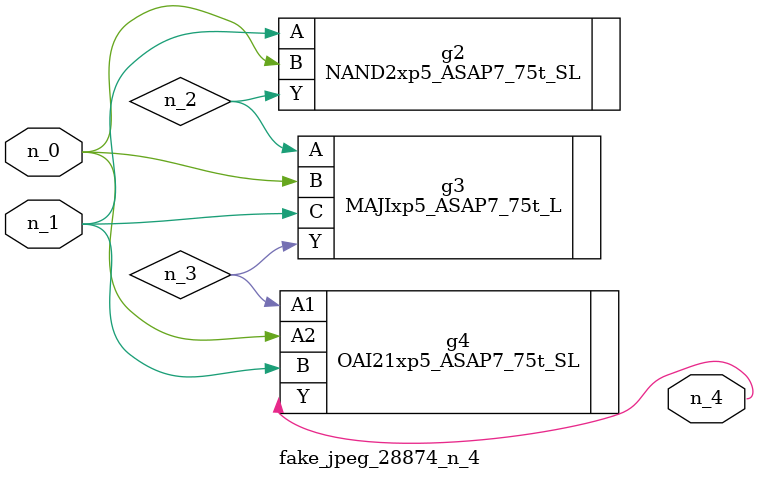
<source format=v>
module fake_jpeg_28874_n_4 (n_0, n_1, n_4);

input n_0;
input n_1;

output n_4;

wire n_2;
wire n_3;

NAND2xp5_ASAP7_75t_SL g2 ( 
.A(n_1),
.B(n_0),
.Y(n_2)
);

MAJIxp5_ASAP7_75t_L g3 ( 
.A(n_2),
.B(n_0),
.C(n_1),
.Y(n_3)
);

OAI21xp5_ASAP7_75t_SL g4 ( 
.A1(n_3),
.A2(n_0),
.B(n_1),
.Y(n_4)
);


endmodule
</source>
